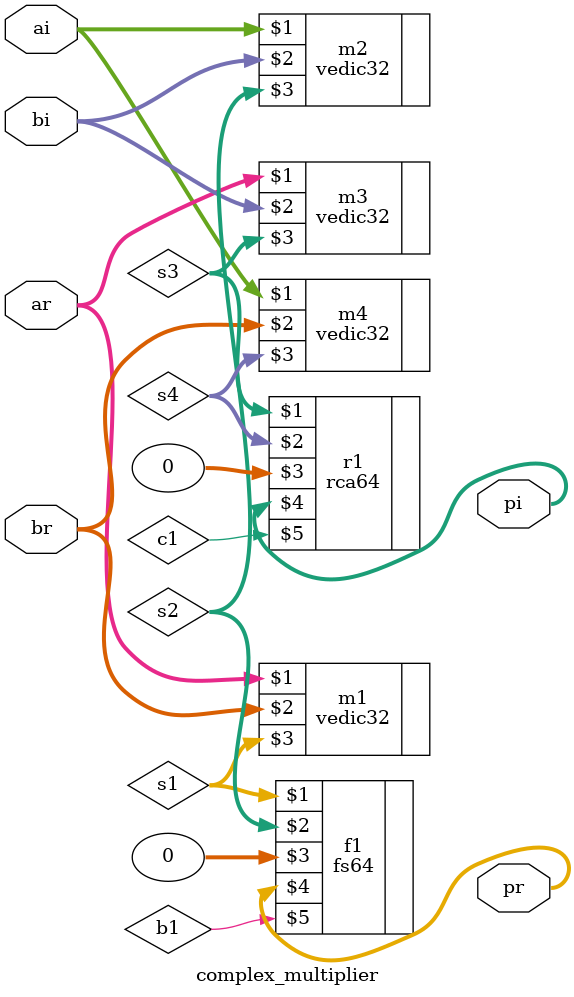
<source format=v>
`timescale 1ns / 1ps


module complex_multiplier(
input [31:0]ai,ar,bi,br,
output [63:0]pi,pr
    );
 wire [63:0]s1,s2,s3,s4;
 wire c1,b1;
vedic32 m1(ar,br,s1);
vedic32 m2(ai,bi,s2);
vedic32 m3(ar,bi,s3);
vedic32 m4(ai,br,s4);
rca64 r1(s3,s4,0,pi,c1);
fs64 f1(s1,s2,0,pr,b1);
endmodule

</source>
